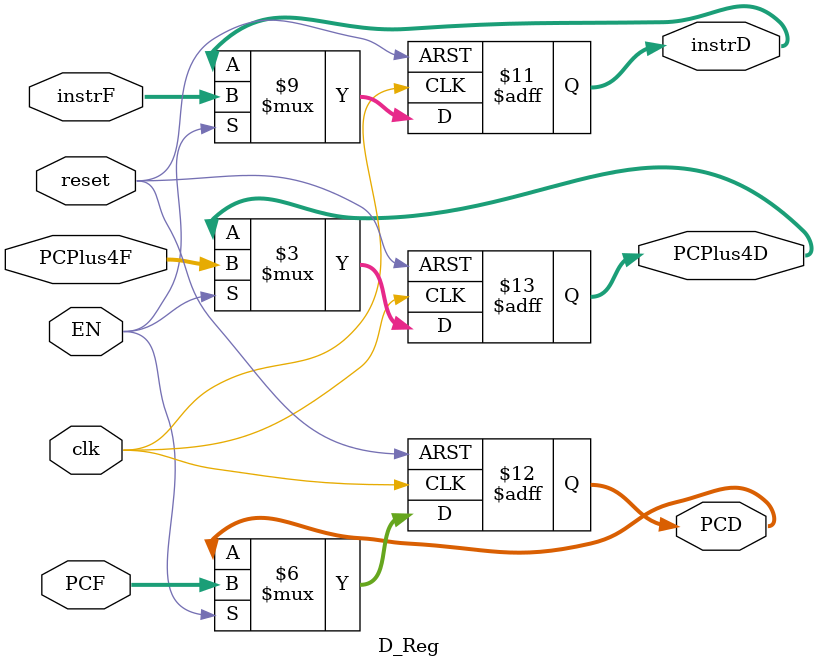
<source format=sv>
`timescale 1ns/1ps

module D_Reg(clk, reset, EN, instrF, PCF, PCPlus4F, instrD, PCD, PCPlus4D);
    input logic clk, reset, EN;
    input logic [31:0] instrF, PCF, PCPlus4F;
    output logic [31:0] instrD, PCD, PCPlus4D;

    always_ff @(posedge clk or posedge reset) begin
        if(reset) begin
            instrD <= 32'h00000000;
            PCD <= 32'h00000000;
            PCPlus4D <= 32'h00000000;
        end else if(EN) begin
            instrD <= instrF;
            PCD <= PCF;
            PCPlus4D <= PCPlus4F;
        end else begin
            instrD <= instrD;
            PCD <= PCD;
            PCPlus4D <= PCPlus4D;
        end
    end
endmodule
</source>
